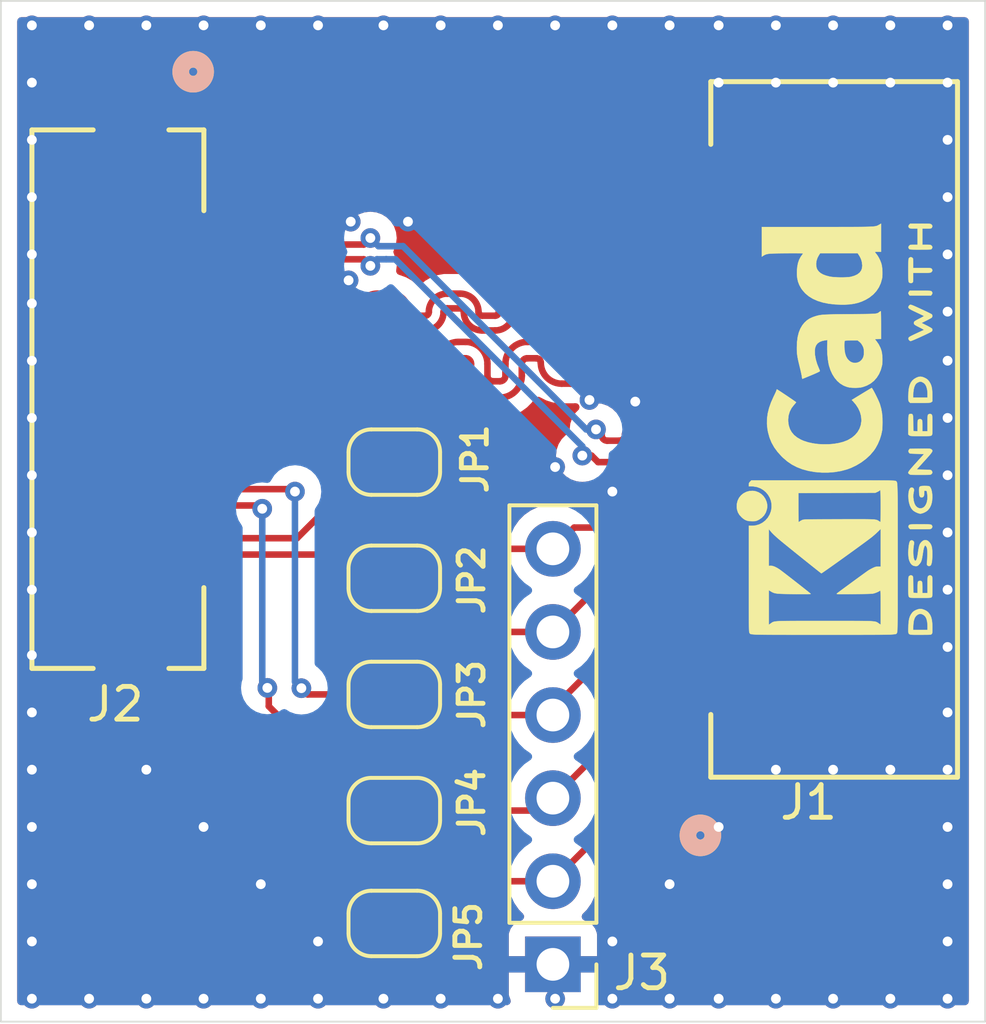
<source format=kicad_pcb>
(kicad_pcb (version 20240108) (generator "pcbnew") (generator_version "8.0")
  (layers (0 "F.Cu" signal) (31 "B.Cu" signal) (34 "B.Paste" user) (35 "F.Paste" user) (36 "B.SilkS" user "B.Silkscreen") (37 "F.SilkS" user "F.Silkscreen") (38 "B.Mask" user) (39 "F.Mask" user) (44 "Edge.Cuts" user))
  (net 0 "")
  (net 1 "/GND")
  (net 2 "/CLKN")
  (net 3 "/D0P")
  (net 4 "/CLKP")
  (net 5 "/RESET")
  (net 6 "/LEDA")
  (net 7 "/D1N")
  (net 8 "/D1P")
  (net 9 "/VCC")
  (net 10 "/D0N")
  (net 11 "/SDA")
  (net 12 "/SCL")
  (net 13 "/CAM_GPIO0")
  (net 14 "/CAM_GPIO1")
  (net 15 "/D3P")
  (net 16 "/D3N")
  (net 17 "/D2P")
  (net 18 "/D2N")
  (footprint "Jumper:SolderJumper-2_P1.3mm_Open_RoundedPad1.0x1.5mm" (layer "F.Cu") (at 26.331809 30.149999)
    (property "Reference" "JP2" (at 2.368191 0.050001 90) (layer "F.SilkS") (effects (font (size 0.762 0.762))))
    (property "Value" "SDA")
    (pad "1" smd custom (at -0.65 0) (size 1 0.5) (layers "F.Cu" "F.Mask") (net 11 "/SDA") (options (clearance outline) (anchor rect)) (primitives (gr_circle (center 0 0.25) (end 0.5 0.25) (width 0) (fill yes)) (gr_circle (center 0 -0.25) (end 0.5 -0.25) (width 0) (fill yes)) (gr_poly (pts (xy 0.5 0.75) (xy 0 0.75) (xy 0 -0.75) (xy 0.5 -0.75)) (width 0) (fill yes))))
    (pad "2" smd custom (at 0.65 0) (size 1 0.5) (layers "F.Cu" "F.Mask") (net 11 "/SDA") (options (clearance outline) (anchor rect)) (primitives (gr_circle (center 0 0.25) (end 0.5 0.25) (width 0) (fill yes)) (gr_circle (center 0 -0.25) (end 0.5 -0.25) (width 0) (fill yes)) (gr_poly (pts (xy 0 0.75) (xy -0.5 0.75) (xy -0.5 -0.75) (xy 0 -0.75)) (width 0) (fill yes))))
  )
  (footprint "Jumper:SolderJumper-2_P1.3mm_Open_RoundedPad1.0x1.5mm" (layer "F.Cu") (at 26.331809 40.699999)
    (property "Reference" "JP5" (at 2.268191 0.400001 90) (layer "F.SilkS") (effects (font (size 0.762 0.762))))
    (property "Value" "VCC")
    (pad "1" smd custom (at -0.65 0) (size 1 0.5) (layers "F.Cu" "F.Mask") (net 9 "/VCC") (options (clearance outline) (anchor rect)) (primitives (gr_circle (center 0 0.25) (end 0.5 0.25) (width 0) (fill yes)) (gr_circle (center 0 -0.25) (end 0.5 -0.25) (width 0) (fill yes)) (gr_poly (pts (xy 0.5 0.75) (xy 0 0.75) (xy 0 -0.75) (xy 0.5 -0.75)) (width 0) (fill yes))))
    (pad "2" smd custom (at 0.65 0) (size 1 0.5) (layers "F.Cu" "F.Mask") (net 9 "/VCC") (options (clearance outline) (anchor rect)) (primitives (gr_circle (center 0 0.25) (end 0.5 0.25) (width 0) (fill yes)) (gr_circle (center 0 -0.25) (end 0.5 -0.25) (width 0) (fill yes)) (gr_poly (pts (xy 0 0.75) (xy -0.5 0.75) (xy -0.5 -0.75) (xy 0 -0.75)) (width 0) (fill yes))))
  )
  (footprint "Symbol:KiCad-Logo2_5mm_SilkScreen" (layer "F.Cu") (at 39.781809 25.599999 90)
    (property "Reference" "REF**" (hide yes))
    (property "Value" "KiCad-Logo2_5mm_SilkScreen" (hide yes))
  )
  (footprint "Connector_PinHeader_2.54mm:PinHeader_1x06_P2.54mm_Vertical" (layer "F.Cu") (at 31.181809 41.95 180)
    (property "Reference" "J3" (at -2.718191 -0.260001 180) (layer "F.SilkS"))
    (property "Value" "Conn_01x05_Pin" (hide yes))
    (pad "1" thru_hole rect (at 0 0 180) (size 1.7 1.7) (drill 1) (layers "*.Cu" "*.Mask") (net 1 "/GND"))
    (pad "2" thru_hole oval (at 0 2.54 180) (size 1.7 1.7) (drill 1) (layers "*.Cu" "*.Mask") (net 9 "/VCC"))
    (pad "3" thru_hole oval (at 0 5.08 180) (size 1.7 1.7) (drill 1) (layers "*.Cu" "*.Mask") (net 6 "/LEDA"))
    (pad "4" thru_hole oval (at 0 7.62 180) (size 1.7 1.7) (drill 1) (layers "*.Cu" "*.Mask") (net 5 "/RESET"))
    (pad "5" thru_hole oval (at 0 10.16 180) (size 1.7 1.7) (drill 1) (layers "*.Cu" "*.Mask") (net 11 "/SDA"))
    (pad "6" thru_hole oval (at 0 12.7 180) (size 1.7 1.7) (drill 1) (layers "*.Cu" "*.Mask") (net 12 "/SCL"))
  )
  (footprint "footprints:CON15_1X15_DRB_SFW_FCI" (layer "F.Cu") (at 39.781809 25.599999 90)
    (property "Reference" "J1" (at -11.400001 -0.781809 0) (layer "F.SilkS"))
    (property "Value" "SFW15R-2STE1LF")
    (pad "1" smd rect (at -6.999999 -4.090924 90) (size 0.6604 2.1082) (layers "F.Cu" "F.Paste" "F.Mask") (net 9 "/VCC"))
    (pad "2" smd rect (at -6.000001 -4.090924 90) (size 0.6604 2.1082) (layers "F.Cu" "F.Paste" "F.Mask") (net 6 "/LEDA"))
    (pad "3" smd rect (at -5 -4.090924 90) (size 0.6604 2.1082) (layers "F.Cu" "F.Paste" "F.Mask") (net 5 "/RESET"))
    (pad "4" smd rect (at -4 -4.090924 90) (size 0.6604 2.1082) (layers "F.Cu" "F.Paste" "F.Mask") (net 11 "/SDA"))
    (pad "5" smd rect (at -2.999999 -4.090924 90) (size 0.6604 2.1082) (layers "F.Cu" "F.Paste" "F.Mask") (net 12 "/SCL"))
    (pad "6" smd rect (at -2.000001 -4.090924 90) (size 0.6604 2.1082) (layers "F.Cu" "F.Paste" "F.Mask") (net 1 "/GND"))
    (pad "7" smd rect (at -1.000001 -4.090924 90) (size 0.6604 2.1082) (layers "F.Cu" "F.Paste" "F.Mask") (net 3 "/D0P"))
    (pad "8" smd rect (at 0 -4.090924 90) (size 0.6604 2.1082) (layers "F.Cu" "F.Paste" "F.Mask") (net 10 "/D0N"))
    (pad "9" smd rect (at 1.000001 -4.090924 90) (size 0.6604 2.1082) (layers "F.Cu" "F.Paste" "F.Mask") (net 1 "/GND"))
    (pad "10" smd rect (at 2.000001 -4.090924 90) (size 0.6604 2.1082) (layers "F.Cu" "F.Paste" "F.Mask") (net 4 "/CLKP"))
    (pad "11" smd rect (at 2.999999 -4.090924 90) (size 0.6604 2.1082) (layers "F.Cu" "F.Paste" "F.Mask") (net 2 "/CLKN"))
    (pad "12" smd rect (at 4 -4.090924 90) (size 0.6604 2.1082) (layers "F.Cu" "F.Paste" "F.Mask") (net 1 "/GND"))
    (pad "13" smd rect (at 5 -4.090924 90) (size 0.6604 2.1082) (layers "F.Cu" "F.Paste" "F.Mask") (net 8 "/D1P"))
    (pad "14" smd rect (at 6.000001 -4.090924 90) (size 0.6604 2.1082) (layers "F.Cu" "F.Paste" "F.Mask") (net 7 "/D1N"))
    (pad "15" smd rect (at 7.000001 -4.090924 90) (size 0.6604 2.1082) (layers "F.Cu" "F.Paste" "F.Mask") (net 1 "/GND"))
    (pad "16" smd rect (at -8.000002 -1.990852 90) (size 0.762 4.2926) (layers "F.Cu" "F.Paste" "F.Mask"))
    (pad "17" smd rect (at 8.000002 -1.990852 90) (size 0.762 4.2926) (layers "F.Cu" "F.Paste" "F.Mask"))
  )
  (footprint "Jumper:SolderJumper-2_P1.3mm_Open_RoundedPad1.0x1.5mm" (layer "F.Cu") (at 26.331809 26.599999)
    (property "Reference" "JP1" (at 2.468191 -0.099999 90) (layer "F.SilkS") (effects (font (size 0.762 0.762))))
    (property "Value" "SCL")
    (pad "1" smd custom (at -0.65 0) (size 1 0.5) (layers "F.Cu" "F.Mask") (net 12 "/SCL") (options (clearance outline) (anchor rect)) (primitives (gr_circle (center 0 0.25) (end 0.5 0.25) (width 0) (fill yes)) (gr_circle (center 0 -0.25) (end 0.5 -0.25) (width 0) (fill yes)) (gr_poly (pts (xy 0.5 0.75) (xy 0 0.75) (xy 0 -0.75) (xy 0.5 -0.75)) (width 0) (fill yes))))
    (pad "2" smd custom (at 0.65 0) (size 1 0.5) (layers "F.Cu" "F.Mask") (net 12 "/SCL") (options (clearance outline) (anchor rect)) (primitives (gr_circle (center 0 0.25) (end 0.5 0.25) (width 0) (fill yes)) (gr_circle (center 0 -0.25) (end 0.5 -0.25) (width 0) (fill yes)) (gr_poly (pts (xy 0 0.75) (xy -0.5 0.75) (xy -0.5 -0.75) (xy 0 -0.75)) (width 0) (fill yes))))
  )
  (footprint "Jumper:SolderJumper-2_P1.3mm_Open_RoundedPad1.0x1.5mm" (layer "F.Cu") (at 26.331809 33.699999)
    (property "Reference" "JP3" (at 2.368191 0.000001 90) (layer "F.SilkS") (effects (font (size 0.762 0.762))))
    (property "Value" "Reset" (hide yes))
    (pad "1" smd custom (at -0.65 0) (size 1 0.5) (layers "F.Cu" "F.Mask") (net 13 "/CAM_GPIO0") (options (clearance outline) (anchor rect)) (primitives (gr_circle (center 0 0.25) (end 0.5 0.25) (width 0) (fill yes)) (gr_circle (center 0 -0.25) (end 0.5 -0.25) (width 0) (fill yes)) (gr_poly (pts (xy 0.5 0.75) (xy 0 0.75) (xy 0 -0.75) (xy 0.5 -0.75)) (width 0) (fill yes))))
    (pad "2" smd custom (at 0.65 0) (size 1 0.5) (layers "F.Cu" "F.Mask") (net 5 "/RESET") (options (clearance outline) (anchor rect)) (primitives (gr_circle (center 0 0.25) (end 0.5 0.25) (width 0) (fill yes)) (gr_circle (center 0 -0.25) (end 0.5 -0.25) (width 0) (fill yes)) (gr_poly (pts (xy 0 0.75) (xy -0.5 0.75) (xy -0.5 -0.75) (xy 0 -0.75)) (width 0) (fill yes))))
  )
  (footprint "footprints:CONN_54548-2271_MOL" (layer "F.Cu") (at 17.879908 24.675 -90)
    (property "Reference" "J2" (at 9.325 0.079908 0) (layer "F.SilkS"))
    (property "Value" "545482271" (hide yes))
    (pad "1" smd rect (at -5.25 -2.3019 270) (size 0.3556 1.0414) (layers "F.Cu" "F.Paste" "F.Mask") (net 1 "/GND"))
    (pad "2" smd rect (at -4.750001 -2.3019 270) (size 0.3556 1.0414) (layers "F.Cu" "F.Paste" "F.Mask") (net 10 "/D0N"))
    (pad "3" smd rect (at -4.249999 -2.3019 270) (size 0.3556 1.0414) (layers "F.Cu" "F.Paste" "F.Mask") (net 3 "/D0P"))
    (pad "4" smd rect (at -3.75 -2.3019 270) (size 0.3556 1.0414) (layers "F.Cu" "F.Paste" "F.Mask") (net 1 "/GND"))
    (pad "5" smd rect (at -3.250001 -2.3019 270) (size 0.3556 1.0414) (layers "F.Cu" "F.Paste" "F.Mask") (net 7 "/D1N"))
    (pad "6" smd rect (at -2.75 -2.3019 270) (size 0.3556 1.0414) (layers "F.Cu" "F.Paste" "F.Mask") (net 8 "/D1P"))
    (pad "7" smd rect (at -2.250001 -2.3019 270) (size 0.3556 1.0414) (layers "F.Cu" "F.Paste" "F.Mask"))
    (pad "8" smd rect (at -1.749999 -2.3019 270) (size 0.3556 1.0414) (layers "F.Cu" "F.Paste" "F.Mask") (net 2 "/CLKN"))
    (pad "9" smd rect (at -1.25 -2.3019 270) (size 0.3556 1.0414) (layers "F.Cu" "F.Paste" "F.Mask") (net 4 "/CLKP"))
    (pad "10" smd rect (at -0.750001 -2.3019 270) (size 0.3556 1.0414) (layers "F.Cu" "F.Paste" "F.Mask") (net 1 "/GND"))
    (pad "11" smd rect (at -0.25 -2.3019 270) (size 0.3556 1.0414) (layers "F.Cu" "F.Paste" "F.Mask") (net 18 "/D2N"))
    (pad "12" smd rect (at 0.25 -2.3019 270) (size 0.3556 1.0414) (layers "F.Cu" "F.Paste" "F.Mask") (net 17 "/D2P"))
    (pad "13" smd rect (at 0.750001 -2.3019 270) (size 0.3556 1.0414) (layers "F.Cu" "F.Paste" "F.Mask") (net 1 "/GND"))
    (pad "14" smd rect (at 1.25 -2.3019 270) (size 0.3556 1.0414) (layers "F.Cu" "F.Paste" "F.Mask") (net 16 "/D3N"))
    (pad "15" smd rect (at 1.749999 -2.3019 270) (size 0.3556 1.0414) (layers "F.Cu" "F.Paste" "F.Mask") (net 15 "/D3P"))
    (pad "16" smd rect (at 2.250001 -2.3019 270) (size 0.3556 1.0414) (layers "F.Cu" "F.Paste" "F.Mask") (net 1 "/GND"))
    (pad "17" smd rect (at 2.75 -2.3019 270) (size 0.3556 1.0414) (layers "F.Cu" "F.Paste" "F.Mask") (net 13 "/CAM_GPIO0"))
    (pad "18" smd rect (at 3.250001 -2.3019 270) (size 0.3556 1.0414) (layers "F.Cu" "F.Paste" "F.Mask") (net 14 "/CAM_GPIO1"))
    (pad "19" smd rect (at 3.75 -2.3019 270) (size 0.3556 1.0414) (layers "F.Cu" "F.Paste" "F.Mask") (net 1 "/GND"))
    (pad "20" smd rect (at 4.249999 -2.3019 270) (size 0.3556 1.0414) (layers "F.Cu" "F.Paste" "F.Mask") (net 12 "/SCL"))
    (pad "21" smd rect (at 4.750001 -2.3019 270) (size 0.3556 1.0414) (layers "F.Cu" "F.Paste" "F.Mask") (net 11 "/SDA"))
    (pad "22" smd rect (at 5.25 -2.3019 270) (size 0.3556 1.0414) (layers "F.Cu" "F.Paste" "F.Mask") (net 9 "/VCC"))
    (pad "23" smd rect (at -7.525001 -0.401901) (size 1.651 1.397) (layers "F.Cu" "F.Paste" "F.Mask"))
    (pad "24" smd rect (at 7.525001 -0.401901) (size 1.651 1.397) (layers "F.Cu" "F.Paste" "F.Mask"))
  )
  (footprint "Jumper:SolderJumper-2_P1.3mm_Open_RoundedPad1.0x1.5mm" (layer "F.Cu") (at 26.331809 37.249999)
    (property "Reference" "JP4" (at 2.368191 -0.249999 90) (layer "F.SilkS") (effects (font (size 0.762 0.762))))
    (property "Value" "LEDA")
    (pad "1" smd custom (at -0.65 0) (size 1 0.5) (layers "F.Cu" "F.Mask") (net 14 "/CAM_GPIO1") (options (clearance outline) (anchor rect)) (primitives (gr_circle (center 0 0.25) (end 0.5 0.25) (width 0) (fill yes)) (gr_circle (center 0 -0.25) (end 0.5 -0.25) (width 0) (fill yes)) (gr_poly (pts (xy 0.5 0.75) (xy 0 0.75) (xy 0 -0.75) (xy 0.5 -0.75)) (width 0) (fill yes))))
    (pad "2" smd custom (at 0.65 0) (size 1 0.5) (layers "F.Cu" "F.Mask") (net 6 "/LEDA") (options (clearance outline) (anchor rect)) (primitives (gr_circle (center 0 0.25) (end 0.5 0.25) (width 0) (fill yes)) (gr_circle (center 0 -0.25) (end 0.5 -0.25) (width 0) (fill yes)) (gr_poly (pts (xy 0 0.75) (xy -0.5 0.75) (xy -0.5 -0.75) (xy 0 -0.75)) (width 0) (fill yes))))
  )
  (gr_rect (start 14.3 12.5) (end 44.4 43.7) (stroke (width 0.05)) (fill none) (layer "Edge.Cuts"))
  (via (at 15.25 13.25) (size 0.6) (drill 0.3) (layers "F.Cu" "B.Cu") (net 1))
  (via (at 43.25 30.5) (size 0.6) (drill 0.3) (layers "F.Cu" "B.Cu") (net 1))
  (via (at 15.25 25.25) (size 0.6) (drill 0.3) (layers "F.Cu" "B.Cu") (net 1))
  (via (at 43.25 34.25) (size 0.6) (drill 0.3) (layers "F.Cu" "B.Cu") (net 1))
  (via (at 43.25 27) (size 0.6) (drill 0.3) (layers "F.Cu" "B.Cu") (net 1))
  (via (at 39.75 15) (size 0.6) (drill 0.3) (layers "F.Cu" "B.Cu") (net 1))
  (via (at 38 13.25) (size 0.6) (drill 0.3) (layers "F.Cu" "B.Cu") (net 1))
  (via (at 41.5 13.25) (size 0.6) (drill 0.3) (layers "F.Cu" "B.Cu") (net 1))
  (via (at 36.25 15) (size 0.6) (drill 0.3) (layers "F.Cu" "B.Cu") (net 1))
  (via (at 22.25 43) (size 0.6) (drill 0.3) (layers "F.Cu" "B.Cu") (net 1))
  (via (at 15.25 23.5) (size 0.6) (drill 0.3) (layers "F.Cu" "B.Cu") (net 1))
  (via (at 39.75 13.25) (size 0.6) (drill 0.3) (layers "F.Cu" "B.Cu") (net 1))
  (via (at 18.75 13.25) (size 0.6) (drill 0.3) (layers "F.Cu" "B.Cu") (net 1))
  (via (at 15.25 21.75) (size 0.6) (drill 0.3) (layers "F.Cu" "B.Cu") (net 1))
  (via (at 43.25 37.75) (size 0.6) (drill 0.3) (layers "F.Cu" "B.Cu") (net 1))
  (via (at 25 19.25) (size 0.6) (drill 0.3) (layers "F.Cu" "B.Cu") (net 1))
  (via (at 15.25 37.75) (size 0.6) (drill 0.3) (layers "F.Cu" "B.Cu") (net 1))
  (via (at 34.75 13.25) (size 0.6) (drill 0.3) (layers "F.Cu" "B.Cu") (net 1))
  (via (at 15.25 34.25) (size 0.6) (drill 0.3) (layers "F.Cu" "B.Cu") (net 1))
  (via (at 36.25 37.75) (size 0.6) (drill 0.3) (layers "F.Cu" "B.Cu") (net 1))
  (via (at 43.25 15) (size 0.6) (drill 0.3) (layers "F.Cu" "B.Cu") (net 1))
  (via (at 43.25 13.25) (size 0.6) (drill 0.3) (layers "F.Cu" "B.Cu") (net 1))
  (via (at 15.25 18.5) (size 0.6) (drill 0.3) (layers "F.Cu" "B.Cu") (net 1))
  (via (at 20.5 13.25) (size 0.6) (drill 0.3) (layers "F.Cu" "B.Cu") (net 1))
  (via (at 22.25 39.5) (size 0.6) (drill 0.3) (layers "F.Cu" "B.Cu") (net 1))
  (via (at 43.25 32.25) (size 0.6) (drill 0.3) (layers "F.Cu" "B.Cu") (net 1))
  (via (at 20.5 37.75) (size 0.6) (drill 0.3) (layers "F.Cu" "B.Cu") (net 1))
  (via (at 18.75 36) (size 0.6) (drill 0.3) (layers "F.Cu" "B.Cu") (net 1))
  (via (at 26 13.25) (size 0.6) (drill 0.3) (layers "F.Cu" "B.Cu") (net 1))
  (via (at 15.25 20.25) (size 0.6) (drill 0.3) (layers "F.Cu" "B.Cu") (net 1))
  (via (at 43.25 20.25) (size 0.6) (drill 0.3) (layers "F.Cu" "B.Cu") (net 1))
  (via (at 43.25 16.75) (size 0.6) (drill 0.3) (layers "F.Cu" "B.Cu") (net 1))
  (via (at 26 43) (size 0.6) (drill 0.3) (layers "F.Cu" "B.Cu") (net 1))
  (via (at 43.25 25.25) (size 0.6) (drill 0.3) (layers "F.Cu" "B.Cu") (net 1))
  (via (at 31.25 43) (size 0.6) (drill 0.3) (layers "F.Cu" "B.Cu") (net 1))
  (via (at 15.25 27) (size 0.6) (drill 0.3) (layers "F.Cu" "B.Cu") (net 1))
  (via (at 43.25 36) (size 0.6) (drill 0.3) (layers "F.Cu" "B.Cu") (net 1))
  (via (at 36.25 13.25) (size 0.6) (drill 0.3) (layers "F.Cu" "B.Cu") (net 1))
  (via (at 39.75 43) (size 0.6) (drill 0.3) (layers "F.Cu" "B.Cu") (net 1))
  (via (at 15.25 32.5) (size 0.6) (drill 0.3) (layers "F.Cu" "B.Cu") (net 1))
  (via (at 15.25 30.5) (size 0.6) (drill 0.3) (layers "F.Cu" "B.Cu") (net 1))
  (via (at 31.25 26.75) (size 0.6) (drill 0.3) (layers "F.Cu" "B.Cu") (net 1))
  (via (at 41.5 43) (size 0.6) (drill 0.3) (layers "F.Cu" "B.Cu") (net 1))
  (via (at 43.25 28.75) (size 0.6) (drill 0.3) (layers "F.Cu" "B.Cu") (net 1))
  (via (at 33 41.25) (size 0.6) (drill 0.3) (layers "F.Cu" "B.Cu") (net 1))
  (via (at 17 43) (size 0.6) (drill 0.3) (layers "F.Cu" "B.Cu") (net 1))
  (via (at 38 15) (size 0.6) (drill 0.3) (layers "F.Cu" "B.Cu") (net 1))
  (via (at 15.25 39.5) (size 0.6) (drill 0.3) (layers "F.Cu" "B.Cu") (net 1))
  (via (at 43.25 41.25) (size 0.6) (drill 0.3) (layers "F.Cu" "B.Cu") (net 1))
  (via (at 18.75 43) (size 0.6) (drill 0.3) (layers "F.Cu" "B.Cu") (net 1))
  (via (at 38 43) (size 0.6) (drill 0.3) (layers "F.Cu" "B.Cu") (net 1))
  (via (at 34.75 39.5) (size 0.6) (drill 0.3) (layers "F.Cu" "B.Cu") (net 1))
  (via (at 43.25 22) (size 0.6) (drill 0.3) (layers "F.Cu" "B.Cu") (net 1))
  (via (at 24 43) (size 0.6) (drill 0.3) (layers "F.Cu" "B.Cu") (net 1))
  (via (at 17 13.25) (size 0.6) (drill 0.3) (layers "F.Cu" "B.Cu") (net 1))
  (via (at 20.5 43) (size 0.6) (drill 0.3) (layers "F.Cu" "B.Cu") (net 1))
  (via (at 41.5 36) (size 0.6) (drill 0.3) (layers "F.Cu" "B.Cu") (net 1))
  (via (at 33 43) (size 0.6) (drill 0.3) (layers "F.Cu" "B.Cu") (net 1))
  (via (at 33.7 24.75) (size 0.6) (drill 0.3) (layers "F.Cu" "B.Cu") (net 1))
  (via (at 27.75 43) (size 0.6) (drill 0.3) (layers "F.Cu" "B.Cu") (net 1))
  (via (at 41.5 15) (size 0.6) (drill 0.3) (layers "F.Cu" "B.Cu") (net 1))
  (via (at 24 41.25) (size 0.6) (drill 0.3) (layers "F.Cu" "B.Cu") (net 1))
  (via (at 33 27.5) (size 0.6) (drill 0.3) (layers "F.Cu" "B.Cu") (net 1))
  (via (at 29.5 13.25) (size 0.6) (drill 0.3) (layers "F.Cu" "B.Cu") (net 1))
  (via (at 24 13.25) (size 0.6) (drill 0.3) (layers "F.Cu" "B.Cu") (net 1))
  (via (at 15.25 41.25) (size 0.6) (drill 0.3) (layers "F.Cu" "B.Cu") (net 1))
  (via (at 15.25 36) (size 0.6) (drill 0.3) (layers "F.Cu" "B.Cu") (net 1))
  (via (at 15.25 28.75) (size 0.6) (drill 0.3) (layers "F.Cu" "B.Cu") (net 1))
  (via (at 24.934358 21.043762) (size 0.6) (drill 0.3) (layers "F.Cu" "B.Cu") (net 1))
  (via (at 32.3 24.7) (size 0.6) (drill 0.3) (layers "F.Cu" "B.Cu") (net 1))
  (via (at 43.25 43) (size 0.6) (drill 0.3) (layers "F.Cu" "B.Cu") (net 1))
  (via (at 39.75 36) (size 0.6) (drill 0.3) (layers "F.Cu" "B.Cu") (net 1))
  (via (at 15.25 15) (size 0.6) (drill 0.3) (layers "F.Cu" "B.Cu") (net 1))
  (via (at 22.25 13.25) (size 0.6) (drill 0.3) (layers "F.Cu" "B.Cu") (net 1))
  (via (at 31.25 13.25) (size 0.6) (drill 0.3) (layers "F.Cu" "B.Cu") (net 1))
  (via (at 34.75 43) (size 0.6) (drill 0.3) (layers "F.Cu" "B.Cu") (net 1))
  (via (at 43.25 18.5) (size 0.6) (drill 0.3) (layers "F.Cu" "B.Cu") (net 1))
  (via (at 43.25 39.5) (size 0.6) (drill 0.3) (layers "F.Cu" "B.Cu") (net 1))
  (via (at 38 36) (size 0.6) (drill 0.3) (layers "F.Cu" "B.Cu") (net 1))
  (via (at 27.75 13.25) (size 0.6) (drill 0.3) (layers "F.Cu" "B.Cu") (net 1))
  (via (at 15.25 16.75) (size 0.6) (drill 0.3) (layers "F.Cu" "B.Cu") (net 1))
  (via (at 33 13.25) (size 0.6) (drill 0.3) (layers "F.Cu" "B.Cu") (net 1))
  (via (at 36.25 43) (size 0.6) (drill 0.3) (layers "F.Cu" "B.Cu") (net 1))
  (via (at 43.25 23.5) (size 0.6) (drill 0.3) (layers "F.Cu" "B.Cu") (net 1))
  (via (at 15.25 43) (size 0.6) (drill 0.3) (layers "F.Cu" "B.Cu") (net 1))
  (via (at 26.75 19.25) (size 0.6) (drill 0.3) (layers "F.Cu" "B.Cu") (net 1))
  (via (at 29.5 43) (size 0.6) (drill 0.3) (layers "F.Cu" "B.Cu") (net 1))
  (segment (start 27.079999 23.958646) (end 27.079999 23.595001) (width 0.2) (layer "F.Cu") (net 2))
  (segment (start 35.690885 22.6) (end 35.365884 22.925001) (width 0.2) (layer "F.Cu") (net 2))
  (segment (start 35.365884 22.925001) (end 32.5 22.925001) (width 0.2) (layer "F.Cu") (net 2))
  (segment (start 24.979999 23.958646) (end 24.979999 23.595001) (width 0.2) (layer "F.Cu") (net 2))
  (segment (start 25.36 24.128647) (end 25.15 24.128647) (width 0.2) (layer "F.Cu") (net 2))
  (segment (start 28.51 22.925002) (end 28.3 22.925002) (width 0.2) (layer "F.Cu") (net 2))
  (segment (start 27.46 24.128647) (end 27.25 24.128647) (width 0.2) (layer "F.Cu") (net 2))
  (segment (start 24.1 22.925002) (end 21.25 22.925001) (width 0.2) (layer "F.Cu") (net 2))
  (segment (start 31.723686 23.701316) (end 31.45 23.701316) (width 0.2) (layer "F.Cu") (net 2))
  (segment (start 27.630001 23.595001) (end 27.630001 23.958646) (width 0.2) (layer "F.Cu") (net 2))
  (segment (start 21.25 22.925001) (end 20.181808 22.925001) (width 0.2) (layer "F.Cu") (net 2))
  (segment (start 25.530001 23.595001) (end 25.530001 23.958646) (width 0.2) (layer "F.Cu") (net 2))
  (segment (start 24.31 22.925002) (end 24.1 22.925002) (width 0.2) (layer "F.Cu") (net 2))
  (segment (start 30.673686 22.925002) (end 30.4 22.925002) (width 0.2) (layer "F.Cu") (net 2))
  (segment (start 32.5 22.925001) (end 32.5 22.925002) (width 0.2) (layer "F.Cu") (net 2))
  (segment (start 29.56 24.128639) (end 29.35 24.128639) (width 0.2) (layer "F.Cu") (net 2))
  (segment (start 29.730001 23.595001) (end 29.730001 23.958638) (width 0.2) (layer "F.Cu") (net 2))
  (segment (start 26.41 22.925002) (end 26.2 22.925002) (width 0.2) (layer "F.Cu") (net 2))
  (segment (start 29.179999 23.958638) (end 29.179999 23.595001) (width 0.2) (layer "F.Cu") (net 2))
  (arc (start 28.3 22.925002) (mid 27.826239 23.12124) (end 27.630001 23.595001) (width 0.2) (layer "F.Cu") (net 2))
  (arc (start 31.861844 23.563158) (mid 31.821378 23.66085) (end 31.723686 23.701316) (width 0.2) (layer "F.Cu") (net 2))
  (arc (start 24.979999 23.595001) (mid 24.783761 23.12124) (end 24.31 22.925002) (width 0.2) (layer "F.Cu") (net 2))
  (arc (start 29.35 24.128639) (mid 29.229791 24.078847) (end 29.179999 23.958638) (width 0.2) (layer "F.Cu") (net 2))
  (arc (start 25.15 24.128647) (mid 25.029791 24.078855) (end 24.979999 23.958646) (width 0.2) (layer "F.Cu") (net 2))
  (arc (start 32.5 22.925002) (mid 32.048756 23.111914) (end 31.861844 23.563158) (width 0.2) (layer "F.Cu") (net 2))
  (arc (start 27.079999 23.595001) (mid 26.883761 23.12124) (end 26.41 22.925002) (width 0.2) (layer "F.Cu") (net 2))
  (arc (start 29.179999 23.595001) (mid 28.983761 23.12124) (end 28.51 22.925002) (width 0.2) (layer "F.Cu") (net 2))
  (arc (start 30.4 22.925002) (mid 29.926239 23.12124) (end 29.730001 23.595001) (width 0.2) (layer "F.Cu") (net 2))
  (arc (start 25.530001 23.958646) (mid 25.480209 24.078855) (end 25.36 24.128647) (width 0.2) (layer "F.Cu") (net 2))
  (arc (start 29.730001 23.958638) (mid 29.680209 24.078847) (end 29.56 24.128639) (width 0.2) (layer "F.Cu") (net 2))
  (arc (start 26.2 22.925002) (mid 25.726239 23.12124) (end 25.530001 23.595001) (width 0.2) (layer "F.Cu") (net 2))
  (arc (start 31.45 23.701316) (mid 31.352308 23.66085) (end 31.311842 23.563158) (width 0.2) (layer "F.Cu") (net 2))
  (arc (start 27.25 24.128647) (mid 27.129791 24.078855) (end 27.079999 23.958646) (width 0.2) (layer "F.Cu") (net 2))
  (arc (start 27.630001 23.958646) (mid 27.580209 24.078855) (end 27.46 24.128647) (width 0.2) (layer "F.Cu") (net 2))
  (arc (start 31.311842 23.563158) (mid 31.12493 23.111914) (end 30.673686 22.925002) (width 0.2) (layer "F.Cu") (net 2))
  (segment (start 21.002508 20.402799) (end 21.002508 20.400001) (width 0.2) (layer "F.Cu") (net 3))
  (segment (start 32.56361 26.6) (end 35.690885 26.6) (width 0.2) (layer "F.Cu") (net 3))
  (segment (start 25.400001 20.400001) (end 25.6 20.6) (width 0.2) (layer "F.Cu") (net 3))
  (segment (start 20.20401 20.402799) (end 21.002508 20.402799) (width 0.2) (layer "F.Cu") (net 3))
  (segment (start 32.081288 26.400521) (end 32.364131 26.400521) (width 0.2) (layer "F.Cu") (net 3))
  (segment (start 21.002508 20.400001) (end 25.400001 20.400001) (width 0.2) (layer "F.Cu") (net 3))
  (segment (start 20.181808 20.425001) (end 20.20401 20.402799) (width 0.2) (layer "F.Cu") (net 3))
  (segment (start 32.364131 26.400521) (end 32.56361 26.6) (width 0.2) (layer "F.Cu") (net 3))
  (via (at 32.081288 26.400521) (size 0.6) (drill 0.3) (layers "F.Cu" "B.Cu") (net 3))
  (via (at 25.6 20.6) (size 0.6) (drill 0.3) (layers "F.Cu" "B.Cu") (net 3))
  (segment (start 26.084605 20.399999) (end 26.363609 20.399999) (width 0.2) (layer "B.Cu") (net 3))
  (segment (start 25.799999 20.400001) (end 26.084603 20.400001) (width 0.2) (layer "B.Cu") (net 3))
  (segment (start 32.081288 26.117678) (end 32.081288 26.400521) (width 0.2) (layer "B.Cu") (net 3))
  (segment (start 25.6 20.6) (end 25.799999 20.400001) (width 0.2) (layer "B.Cu") (net 3))
  (segment (start 26.363609 20.399999) (end 32.081288 26.117678) (width 0.2) (layer "B.Cu") (net 3))
  (segment (start 26.084603 20.400001) (end 26.084605 20.399999) (width 0.2) (layer "B.Cu") (net 3))
  (segment (start 31.723686 24.201314) (end 31.45 24.201314) (width 0.2) (layer "F.Cu") (net 4))
  (segment (start 30.673686 23.425) (end 30.4 23.425) (width 0.2) (layer "F.Cu") (net 4))
  (segment (start 24.480001 23.958646) (end 24.480001 23.595001) (width 0.2) (layer "F.Cu") (net 4))
  (segment (start 35.515887 23.425) (end 32.5 23.425) (width 0.2) (layer "F.Cu") (net 4))
  (segment (start 24.31 23.425) (end 24.1 23.425) (width 0.2) (layer "F.Cu") (net 4))
  (segment (start 21.25 23.425) (end 20.181808 23.425) (width 0.2) (layer "F.Cu") (net 4))
  (segment (start 26.580001 23.958646) (end 26.580001 23.595001) (width 0.2) (layer "F.Cu") (net 4))
  (segment (start 25.36 24.628645) (end 25.15 24.628645) (width 0.2) (layer "F.Cu") (net 4))
  (segment (start 24.1 23.425) (end 21.25 23.425) (width 0.2) (layer "F.Cu") (net 4))
  (segment (start 27.46 24.628645) (end 27.25 24.628645) (width 0.2) (layer "F.Cu") (net 4))
  (segment (start 26.41 23.425) (end 26.2 23.425) (width 0.2) (layer "F.Cu") (net 4))
  (segment (start 28.680001 23.958638) (end 28.680001 23.595001) (width 0.2) (layer "F.Cu") (net 4))
  (segment (start 28.129999 23.595001) (end 28.129999 23.958646) (width 0.2) (layer "F.Cu") (net 4))
  (segment (start 26.029999 23.595001) (end 26.029999 23.958646) (width 0.2) (layer "F.Cu") (net 4))
  (segment (start 30.229999 23.595001) (end 30.229999 23.958638) (width 0.2) (layer "F.Cu") (net 4))
  (segment (start 35.690885 23.599998) (end 35.515887 23.425) (width 0.2) (layer "F.Cu") (net 4))
  (segment (start 29.56 24.628637) (end 29.35 24.628637) (width 0.2) (layer "F.Cu") (net 4))
  (segment (start 28.51 23.425) (end 28.3 23.425) (width 0.2) (layer "F.Cu") (net 4))
  (arc (start 32.5 23.425) (mid 32.402308 23.465466) (end 32.361842 23.563158) (width 0.2) (layer "F.Cu") (net 4))
  (arc (start 30.811844 23.563158) (mid 30.771378 23.465466) (end 30.673686 23.425) (width 0.2) (layer "F.Cu") (net 4))
  (arc (start 29.35 24.628637) (mid 28.876239 24.432399) (end 28.680001 23.958638) (width 0.2) (layer "F.Cu") (net 4))
  (arc (start 28.680001 23.595001) (mid 28.630209 23.474792) (end 28.51 23.425) (width 0.2) (layer "F.Cu") (net 4))
  (arc (start 28.129999 23.958646) (mid 27.933761 24.432407) (end 27.46 24.628645) (width 0.2) (layer "F.Cu") (net 4))
  (arc (start 24.480001 23.595001) (mid 24.430209 23.474792) (end 24.31 23.425) (width 0.2) (layer "F.Cu") (net 4))
  (arc (start 28.3 23.425) (mid 28.179791 23.474792) (end 28.129999 23.595001) (width 0.2) (layer "F.Cu") (net 4))
  (arc (start 26.580001 23.595001) (mid 26.530209 23.474792) (end 26.41 23.425) (width 0.2) (layer "F.Cu") (net 4))
  (arc (start 25.15 24.628645) (mid 24.676239 24.432407) (end 24.480001 23.958646) (width 0.2) (layer "F.Cu") (net 4))
  (arc (start 27.25 24.628645) (mid 26.776239 24.432407) (end 26.580001 23.958646) (width 0.2) (layer "F.Cu") (net 4))
  (arc (start 30.4 23.425) (mid 30.279791 23.474792) (end 30.229999 23.595001) (width 0.2) (layer "F.Cu") (net 4))
  (arc (start 30.229999 23.958638) (mid 30.033761 24.432399) (end 29.56 24.628637) (width 0.2) (layer "F.Cu") (net 4))
  (arc (start 26.2 23.425) (mid 26.079791 23.474792) (end 26.029999 23.595001) (width 0.2) (layer "F.Cu") (net 4))
  (arc (start 26.029999 23.958646) (mid 25.833761 24.432407) (end 25.36 24.628645) (width 0.2) (layer "F.Cu") (net 4))
  (arc (start 31.45 24.201314) (mid 30.998756 24.014402) (end 30.811844 23.563158) (width 0.2) (layer "F.Cu") (net 4))
  (arc (start 32.361842 23.563158) (mid 32.17493 24.014402) (end 31.723686 24.201314) (width 0.2) (layer "F.Cu") (net 4))
  (segment (start 27.61181 34.33) (end 31.181809 34.33) (width 0.2) (layer "F.Cu") (net 5))
  (segment (start 34.706586 30.599999) (end 35.690885 30.599999) (width 0.2) (layer "F.Cu") (net 5))
  (segment (start 31.181809 34.124776) (end 34.706586 30.599999) (width 0.2) (layer "F.Cu") (net 5))
  (segment (start 31.181809 34.33) (end 31.181809 34.124776) (width 0.2) (layer "F.Cu") (net 5))
  (segment (start 26.981809 33.699999) (end 27.61181 34.33) (width 0.2) (layer "F.Cu") (net 5))
  (segment (start 26.981809 37.249999) (end 30.80181 37.249999) (width 0.2) (layer "F.Cu") (net 6))
  (segment (start 30.80181 37.249999) (end 31.181809 36.87) (width 0.2) (layer "F.Cu") (net 6))
  (segment (start 31.181809 36.87) (end 32.75 35.301809) (width 0.2) (layer "F.Cu") (net 6))
  (segment (start 32.75 33.556583) (end 34.706583 31.6) (width 0.2) (layer "F.Cu") (net 6))
  (segment (start 34.706583 31.6) (end 35.690885 31.6) (width 0.2) (layer "F.Cu") (net 6))
  (segment (start 32.75 35.301809) (end 32.75 33.556583) (width 0.2) (layer "F.Cu") (net 6))
  (segment (start 20.25 21.424999) (end 20.181808 21.424999) (width 0.2) (layer "F.Cu") (net 7))
  (segment (start 29.527001 20.678001) (end 29.527001 21.247) (width 0.2) (layer "F.Cu") (net 7))
  (segment (start 20.962859 21.424999) (end 20.25 21.424999) (width 0.2) (layer "F.Cu") (net 7))
  (segment (start 29.527001 21.247) (end 29.527001 22.012499) (width 0.2) (layer "F.Cu") (net 7))
  (segment (start 35.690885 19.599998) (end 34.436785 19.599998) (width 0.2) (layer "F.Cu") (net 7))
  (segment (start 34.336785 20.333431) (end 33.220216 21.45) (width 0.2) (layer "F.Cu") (net 7))
  (segment (start 26.204501 21.450001) (end 25.809499 21.450001) (width 0.2) (layer "F.Cu") (net 7))
  (segment (start 25.134501 22.124999) (end 24.739499 22.124999) (width 0.2) (layer "F.Cu") (net 7))
  (segment (start 31.25 21.45) (end 31.25 21.450001) (width 0.2) (layer "F.Cu") (net 7))
  (segment (start 28.344501 21.450001) (end 27.949499 21.450001) (width 0.2) (layer "F.Cu") (net 7))
  (segment (start 29.414501 22.124999) (end 29.019499 22.124999) (width 0.2) (layer "F.Cu") (net 7))
  (segment (start 24.064501 21.450001) (end 23.669499 21.450001) (width 0.2) (layer "F.Cu") (net 7))
  (segment (start 20.98786 21.45) (end 20.962859 21.424999) (width 0.2) (layer "F.Cu") (net 7))
  (segment (start 31.046999 21.247) (end 31.046999 20.678001) (width 0.2) (layer "F.Cu") (net 7))
  (segment (start 34.336785 19.699998) (end 34.336785 20.333431) (width 0.2) (layer "F.Cu") (net 7))
  (segment (start 34.436785 19.599998) (end 34.336785 19.699998) (width 0.2) (layer "F.Cu") (net 7))
  (segment (start 23.669499 21.450001) (end 20.98786 21.45) (width 0.2) (layer "F.Cu") (net 7))
  (segment (start 33.220216 21.45) (end 31.25 21.45) (width 0.2) (layer "F.Cu") (net 7))
  (segment (start 27.274501 22.124999) (end 26.879499 22.124999) (width 0.2) (layer "F.Cu") (net 7))
  (segment (start 30.394 20.025002) (end 30.18 20.025002) (width 0.2) (layer "F.Cu") (net 7))
  (arc (start 31.046999 20.678001) (mid 30.85574 20.216261) (end 30.394 20.025002) (width 0.2) (layer "F.Cu") (net 7))
  (arc (start 29.019499 22.124999) (mid 28.939949 22.092049) (end 28.906999 22.012499) (width 0.2) (layer "F.Cu") (net 7))
  (arc (start 29.527001 22.012499) (mid 29.494051 22.092049) (end 29.414501 22.124999) (width 0.2) (layer "F.Cu") (net 7))
  (arc (start 24.626999 22.012499) (mid 24.462247 21.614753) (end 24.064501 21.450001) (width 0.2) (layer "F.Cu") (net 7))
  (arc (start 31.25 21.450001) (mid 31.106457 21.390543) (end 31.046999 21.247) (width 0.2) (layer "F.Cu") (net 7))
  (arc (start 25.809499 21.450001) (mid 25.411753 21.614753) (end 25.247001 22.012499) (width 0.2) (layer "F.Cu") (net 7))
  (arc (start 26.879499 22.124999) (mid 26.799949 22.092049) (end 26.766999 22.012499) (width 0.2) (layer "F.Cu") (net 7))
  (arc (start 25.247001 22.012499) (mid 25.214051 22.092049) (end 25.134501 22.124999) (width 0.2) (layer "F.Cu") (net 7))
  (arc (start 26.766999 22.012499) (mid 26.602247 21.614753) (end 26.204501 21.450001) (width 0.2) (layer "F.Cu") (net 7))
  (arc (start 27.949499 21.450001) (mid 27.551753 21.614753) (end 27.387001 22.012499) (width 0.2) (layer "F.Cu") (net 7))
  (arc (start 28.906999 22.012499) (mid 28.742247 21.614753) (end 28.344501 21.450001) (width 0.2) (layer "F.Cu") (net 7))
  (arc (start 30.18 20.025002) (mid 29.71826 20.216261) (end 29.527001 20.678001) (width 0.2) (layer "F.Cu") (net 7))
  (arc (start 24.739499 22.124999) (mid 24.659949 22.092049) (end 24.626999 22.012499) (width 0.2) (layer "F.Cu") (net 7))
  (arc (start 27.387001 22.012499) (mid 27.354051 22.092049) (end 27.274501 22.124999) (width 0.2) (layer "F.Cu") (net 7))
  (segment (start 26.204501 21.899999) (end 25.809499 21.899999) (width 0.2) (layer "F.Cu") (net 8))
  (segment (start 30.394 20.475) (end 30.18 20.475) (width 0.2) (layer "F.Cu") (net 8))
  (segment (start 32.33 21.899999) (end 32.45 21.899999) (width 0.2) (layer "F.Cu") (net 8))
  (segment (start 27.274501 22.574997) (end 26.879499 22.574997) (width 0.2) (layer "F.Cu") (net 8))
  (segment (start 29.976999 20.678001) (end 29.976999 21.247) (width 0.2) (layer "F.Cu") (net 8))
  (segment (start 24.064501 21.899999) (end 23.669499 21.899999) (width 0.2) (layer "F.Cu") (net 8))
  (segment (start 23.669499 21.899999) (end 20.98786 21.899999) (width 0.2) (layer "F.Cu") (net 8))
  (segment (start 32.09 22.178749) (end 32.09 22.139999) (width 0.2) (layer "F.Cu") (net 8))
  (segment (start 30.597001 21.247) (end 30.597001 20.678001) (width 0.2) (layer "F.Cu") (net 8))
  (segment (start 28.344501 21.899999) (end 27.949499 21.899999) (width 0.2) (layer "F.Cu") (net 8))
  (segment (start 32.45 21.899999) (end 33.406585 21.899999) (width 0.2) (layer "F.Cu") (net 8))
  (segment (start 20.962859 21.925) (end 20.25 21.925) (width 0.2) (layer "F.Cu") (net 8))
  (segment (start 29.976999 21.247) (end 29.976999 22.012499) (width 0.2) (layer "F.Cu") (net 8))
  (segment (start 31.49 22.139999) (end 31.49 22.178749) (width 0.2) (layer "F.Cu") (net 8))
  (segment (start 31.73 22.418749) (end 31.85 22.418749) (width 0.2) (layer "F.Cu") (net 8))
  (segment (start 20.98786 21.899999) (end 20.962859 21.925) (width 0.2) (layer "F.Cu") (net 8))
  (segment (start 34.706585 20.599999) (end 35.690885 20.599999) (width 0.2) (layer "F.Cu") (net 8))
  (segment (start 25.134501 22.574997) (end 24.739499 22.574997) (width 0.2) (layer "F.Cu") (net 8))
  (segment (start 33.406585 21.899999) (end 33.831585 21.474999) (width 0.2) (layer "F.Cu") (net 8))
  (segment (start 29.414501 22.574997) (end 29.019499 22.574997) (width 0.2) (layer "F.Cu") (net 8))
  (segment (start 33.831585 21.474999) (end 34.706585 20.599999) (width 0.2) (layer "F.Cu") (net 8))
  (segment (start 20.25 21.925) (end 20.181808 21.925) (width 0.2) (layer "F.Cu") (net 8))
  (arc (start 31.25 21.899999) (mid 30.78826 21.70874) (end 30.597001 21.247) (width 0.2) (layer "F.Cu") (net 8))
  (arc (start 24.739499 22.574997) (mid 24.341753 22.410245) (end 24.177001 22.012499) (width 0.2) (layer "F.Cu") (net 8))
  (arc (start 25.809499 21.899999) (mid 25.729949 21.932949) (end 25.696999 22.012499) (width 0.2) (layer "F.Cu") (net 8))
  (arc (start 30.18 20.475) (mid 30.036457 20.534458) (end 29.976999 20.678001) (width 0.2) (layer "F.Cu") (net 8))
  (arc (start 32.09 22.139999) (mid 32.160294 21.970293) (end 32.33 21.899999) (width 0.2) (layer "F.Cu") (net 8))
  (arc (start 28.457001 22.012499) (mid 28.424051 21.932949) (end 28.344501 21.899999) (width 0.2) (layer "F.Cu") (net 8))
  (arc (start 26.879499 22.574997) (mid 26.481753 22.410245) (end 26.317001 22.012499) (width 0.2) (layer "F.Cu") (net 8))
  (arc (start 25.696999 22.012499) (mid 25.532247 22.410245) (end 25.134501 22.574997) (width 0.2) (layer "F.Cu") (net 8))
  (arc (start 31.49 22.178749) (mid 31.560294 22.348455) (end 31.73 22.418749) (width 0.2) (layer "F.Cu") (net 8))
  (arc (start 24.177001 22.012499) (mid 24.144051 21.932949) (end 24.064501 21.899999) (width 0.2) (layer "F.Cu") (net 8))
  (arc (start 30.597001 20.678001) (mid 30.537543 20.534458) (end 30.394 20.475) (width 0.2) (layer "F.Cu") (net 8))
  (arc (start 26.317001 22.012499) (mid 26.284051 21.932949) (end 26.204501 21.899999) (width 0.2) (layer "F.Cu") (net 8))
  (arc (start 29.019499 22.574997) (mid 28.621753 22.410245) (end 28.457001 22.012499) (width 0.2) (layer "F.Cu") (net 8))
  (arc (start 31.25 21.899999) (mid 31.419706 21.970293) (end 31.49 22.139999) (width 0.2) (layer "F.Cu") (net 8))
  (arc (start 31.85 22.418749) (mid 32.019706 22.348455) (end 32.09 22.178749) (width 0.2) (layer "F.Cu") (net 8))
  (arc (start 27.836999 22.012499) (mid 27.672247 22.410245) (end 27.274501 22.574997) (width 0.2) (layer "F.Cu") (net 8))
  (arc (start 27.949499 21.899999) (mid 27.869949 21.932949) (end 27.836999 22.012499) (width 0.2) (layer "F.Cu") (net 8))
  (arc (start 29.976999 22.012499) (mid 29.812247 22.410245) (end 29.414501 22.574997) (width 0.2) (layer "F.Cu") (net 8))
  (segment (start 33.5 34.790883) (end 35.690885 32.599998) (width 0.2) (layer "F.Cu") (net 9))
  (segment (start 20.181808 29.925) (end 20.181808 35.199998) (width 0.2) (layer "F.Cu") (net 9))
  (segment (start 20.181808 35.199998) (end 25.681809 40.699999) (width 0.2) (layer "F.Cu") (net 9))
  (segment (start 26.981809 40.699999) (end 28.271808 39.41) (width 0.2) (layer "F.Cu") (net 9))
  (segment (start 28.271808 39.41) (end 31.181809 39.41) (width 0.2) (layer "F.Cu") (net 9))
  (segment (start 31.181809 39.41) (end 33.5 37.091809) (width 0.2) (layer "F.Cu") (net 9))
  (segment (start 33.5 37.091809) (end 33.5 34.790883) (width 0.2) (layer "F.Cu") (net 9))
  (segment (start 21.002508 19.949999) (end 25.400001 19.949999) (width 0.2) (layer "F.Cu") (net 10))
  (segment (start 32.844667 25.944665) (end 33.210001 25.944665) (width 0.2) (layer "F.Cu") (net 10))
  (segment (start 33.920001 25.599999) (end 35.25 25.599999) (width 0.2) (layer "F.Cu") (net 10))
  (segment (start 20.20401 19.947201) (end 21.002508 19.947201) (width 0.2) (layer "F.Cu") (net 10))
  (segment (start 20.181808 19.924999) (end 20.20401 19.947201) (width 0.2) (layer "F.Cu") (net 10))
  (segment (start 32.5 25.6) (end 32.500001 25.599999) (width 0.2) (layer "F.Cu") (net 10))
  (segment (start 21.002508 19.947201) (end 21.002508 19.949999) (width 0.2) (layer "F.Cu") (net 10))
  (segment (start 33.554667 25.599999) (end 33.920001 25.599999) (width 0.2) (layer "F.Cu") (net 10))
  (segment (start 25.400001 19.949999) (end 25.6 19.75) (width 0.2) (layer "F.Cu") (net 10))
  (segment (start 35.25 25.599999) (end 35.690885 25.599999) (width 0.2) (layer "F.Cu") (net 10))
  (via (at 32.5 25.6) (size 0.6) (drill 0.3) (layers "F.Cu" "B.Cu") (net 10))
  (via (at 25.6 19.75) (size 0.6) (drill 0.3) (layers "F.Cu" "B.Cu") (net 10))
  (arc (start 32.672334 25.772332) (mid 32.722809 25.89419) (end 32.844667 25.944665) (width 0.2) (layer "F.Cu") (net 10))
  (arc (start 33.210001 25.944665) (mid 33.331859 25.89419) (end 33.382334 25.772332) (width 0.2) (layer "F.Cu") (net 10))
  (arc (start 32.500001 25.599999) (mid 32.621859 25.650474) (end 32.672334 25.772332) (width 0.2) (layer "F.Cu") (net 10))
  (arc (start 33.382334 25.772332) (mid 33.432809 25.650474) (end 33.554667 25.599999) (width 0.2) (layer "F.Cu") (net 10))
  (segment (start 26.600007 19.999999) (end 25.849999 19.999999) (width 0.2) (layer "B.Cu") (net 10))
  (segment (start 25.849999 19.999999) (end 25.6 19.75) (width 0.2) (layer "B.Cu") (net 10))
  (segment (start 32.200008 25.6) (end 26.600007 19.999999) (width 0.2) (layer "B.Cu") (net 10))
  (segment (start 32.5 25.6) (end 32.200008 25.6) (width 0.2) (layer "B.Cu") (net 10))
  (segment (start 26.981809 30.149999) (end 28.62181 31.79) (width 0.2) (layer "F.Cu") (net 11))
  (segment (start 28.62181 31.79) (end 31.181809 31.79) (width 0.2) (layer "F.Cu") (net 11))
  (segment (start 31.181809 31.79) (end 33.37181 29.599999) (width 0.2) (layer "F.Cu") (net 11))
  (segment (start 25.681809 30.149999) (end 24.956811 29.425001) (width 0.2) (layer "F.Cu") (net 11))
  (segment (start 24.956811 29.425001) (end 20.181808 29.425001) (width 0.2) (layer "F.Cu") (net 11))
  (segment (start 33.37181 29.599999) (end 35.690885 29.599999) (width 0.2) (layer "F.Cu") (net 11))
  (segment (start 20.181808 28.924999) (end 23.356809 28.924999) (width 0.2) (layer "F.Cu") (net 12))
  (segment (start 31.181809 29.25) (end 31.831811 28.599998) (width 0.2) (layer "F.Cu") (net 12))
  (segment (start 31.831811 28.599998) (end 35.690885 28.599998) (width 0.2) (layer "F.Cu") (net 12))
  (segment (start 26.981809 26.599999) (end 29.63181 29.25) (width 0.2) (layer "F.Cu") (net 12))
  (segment (start 25.681809 26.599999) (end 23.356809 28.924999) (width 0.2) (layer "F.Cu") (net 12))
  (segment (start 29.63181 29.25) (end 31.181809 29.25) (width 0.2) (layer "F.Cu") (net 12))
  (segment (start 23.681809 33.699999) (end 23.481809 33.499999) (width 0.2) (layer "F.Cu") (net 13))
  (segment (start 25.681809 33.699999) (end 23.681809 33.699999) (width 0.2) (layer "F.Cu") (net 13))
  (segment (start 20.181808 27.425) (end 23.218937 27.425) (width 0.2) (layer "F.Cu") (net 13))
  (segment (start 23.218937 27.425) (end 23.293936 27.499999) (width 0.2) (layer "F.Cu") (net 13))
  (via (at 23.490904 33.509095) (size 0.6) (drill 0.3) (layers "F.Cu" "B.Cu") (net 13))
  (via (at 23.293936 27.499999) (size 0.6) (drill 0.3) (layers "F.Cu" "B.Cu") (net 13))
  (segment (start 23.293936 33.312127) (end 23.490904 33.509095) (width 0.2) (layer "B.Cu") (net 13))
  (segment (start 23.293936 27.499999) (end 23.293936 33.312127) (width 0.2) (layer "B.Cu") (net 13))
  (segment (start 22.193937 27.925001) (end 22.293936 28.025) (width 0.2) (layer "F.Cu") (net 14))
  (segment (start 20.181808 27.925001) (end 22.193937 27.925001) (width 0.2) (layer "F.Cu") (net 14))
  (segment (start 22.493936 34.062126) (end 25.681809 37.249999) (width 0.2) (layer "F.Cu") (net 14))
  (segment (start 22.493936 33.499999) (end 22.493936 34.062126) (width 0.2) (layer "F.Cu") (net 14))
  (via (at 22.293936 28.025) (size 0.6) (drill 0.3) (layers "F.Cu" "B.Cu") (net 14))
  (via (at 22.449997 33.499999) (size 0.6) (drill 0.3) (layers "F.Cu" "B.Cu") (net 14))
  (segment (start 22.493936 33.499999) (end 22.293936 33.299999) (width 0.2) (layer "B.Cu") (net 14))
  (segment (start 22.293936 33.299999) (end 22.293936 28.025) (width 0.2) (layer "B.Cu") (net 14))
  (zone (net 1) (net_name "/GND") (layers "F&B.Cu") (name "GND") (connect_pads (clearance 0.5)) (min_thickness 0.25) (fill yes (thermal_gap 0.5) (thermal_bridge_width 0.5))
    (polygon (pts (xy 44.4 43.7) (xy 14.3 43.7) (xy 14.3 12.5) (xy 44.4 12.5)))
  )
)
</source>
